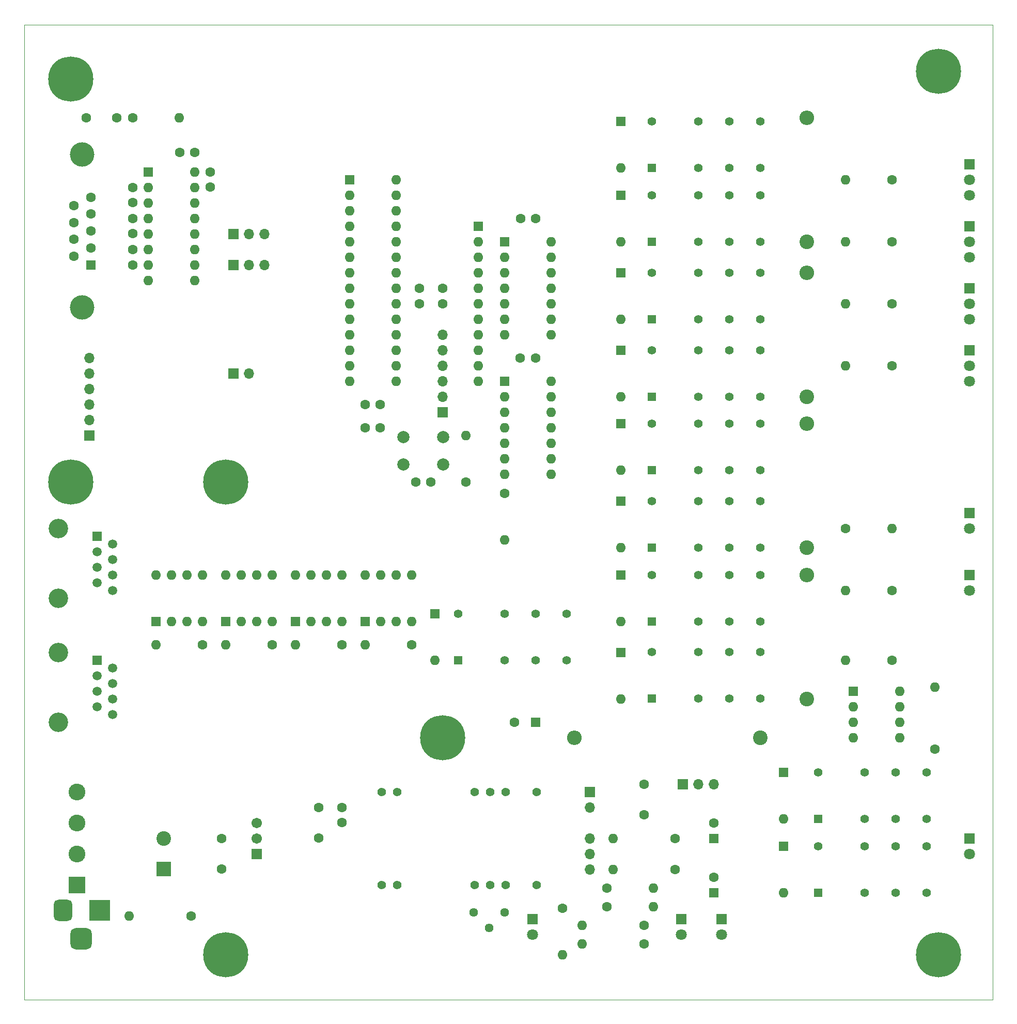
<source format=gbr>
G04 #@! TF.GenerationSoftware,KiCad,Pcbnew,8.0.1*
G04 #@! TF.CreationDate,2024-03-24T02:00:16-07:00*
G04 #@! TF.ProjectId,1d_coinctrl,31645f63-6f69-46e6-9374-726c2e6b6963,4*
G04 #@! TF.SameCoordinates,Original*
G04 #@! TF.FileFunction,Soldermask,Top*
G04 #@! TF.FilePolarity,Negative*
%FSLAX46Y46*%
G04 Gerber Fmt 4.6, Leading zero omitted, Abs format (unit mm)*
G04 Created by KiCad (PCBNEW 8.0.1) date 2024-03-24 02:00:16*
%MOMM*%
%LPD*%
G01*
G04 APERTURE LIST*
G04 Aperture macros list*
%AMRoundRect*
0 Rectangle with rounded corners*
0 $1 Rounding radius*
0 $2 $3 $4 $5 $6 $7 $8 $9 X,Y pos of 4 corners*
0 Add a 4 corners polygon primitive as box body*
4,1,4,$2,$3,$4,$5,$6,$7,$8,$9,$2,$3,0*
0 Add four circle primitives for the rounded corners*
1,1,$1+$1,$2,$3*
1,1,$1+$1,$4,$5*
1,1,$1+$1,$6,$7*
1,1,$1+$1,$8,$9*
0 Add four rect primitives between the rounded corners*
20,1,$1+$1,$2,$3,$4,$5,0*
20,1,$1+$1,$4,$5,$6,$7,0*
20,1,$1+$1,$6,$7,$8,$9,0*
20,1,$1+$1,$8,$9,$2,$3,0*%
G04 Aperture macros list end*
%ADD10C,1.600000*%
%ADD11R,1.600000X1.600000*%
%ADD12O,1.600000X1.600000*%
%ADD13R,1.800000X1.800000*%
%ADD14C,1.800000*%
%ADD15C,3.200000*%
%ADD16R,1.500000X1.500000*%
%ADD17C,1.500000*%
%ADD18R,1.700000X1.700000*%
%ADD19O,1.700000X1.700000*%
%ADD20R,1.400000X1.400000*%
%ADD21C,1.400000*%
%ADD22C,1.424000*%
%ADD23C,2.400000*%
%ADD24O,2.400000X2.400000*%
%ADD25C,1.440000*%
%ADD26C,2.000000*%
%ADD27RoundRect,0.102000X0.754000X-0.754000X0.754000X0.754000X-0.754000X0.754000X-0.754000X-0.754000X0*%
%ADD28C,1.712000*%
%ADD29R,2.400000X2.400000*%
%ADD30C,4.000000*%
%ADD31C,7.400000*%
%ADD32R,3.500000X3.500000*%
%ADD33RoundRect,0.750000X-0.750000X-1.000000X0.750000X-1.000000X0.750000X1.000000X-0.750000X1.000000X0*%
%ADD34RoundRect,0.875000X-0.875000X-0.875000X0.875000X-0.875000X0.875000X0.875000X-0.875000X0.875000X0*%
%ADD35RoundRect,0.102000X1.275000X-1.275000X1.275000X1.275000X-1.275000X1.275000X-1.275000X-1.275000X0*%
%ADD36C,2.754000*%
G04 #@! TA.AperFunction,Profile*
%ADD37C,0.050000*%
G04 #@! TD*
G04 APERTURE END LIST*
D10*
X157514988Y-138395012D03*
X157514988Y-143395012D03*
D11*
X139734988Y-128235012D03*
D10*
X136234988Y-128235012D03*
X88265000Y-152360000D03*
X88265000Y-147360000D03*
X104174988Y-142205012D03*
X104174988Y-147205012D03*
X111760000Y-76200000D03*
X114260000Y-76200000D03*
X120650000Y-59690000D03*
X120650000Y-57190000D03*
X107984988Y-142205012D03*
X107984988Y-144705012D03*
X139734988Y-45685012D03*
X137234988Y-45685012D03*
D11*
X123224988Y-110455012D03*
D12*
X123224988Y-118075012D03*
D11*
X180374988Y-148555012D03*
D12*
X180374988Y-156175012D03*
D11*
X153704988Y-116805012D03*
D12*
X153704988Y-124425012D03*
D11*
X153704988Y-67275012D03*
D12*
X153704988Y-74895012D03*
D11*
X153704988Y-104105012D03*
D12*
X153704988Y-111725012D03*
D11*
X153704988Y-54575012D03*
D12*
X153704988Y-62195012D03*
D11*
X153704988Y-92040012D03*
D12*
X153704988Y-99660012D03*
D11*
X153704988Y-41875012D03*
D12*
X153704988Y-49495012D03*
D11*
X153704988Y-79340012D03*
D12*
X153704988Y-86960012D03*
D11*
X153704988Y-29810012D03*
D12*
X153704988Y-37430012D03*
D13*
X210854988Y-147285012D03*
D14*
X210854988Y-149825012D03*
D15*
X61468000Y-96485012D03*
X61468000Y-107915012D03*
D16*
X67818000Y-97755012D03*
D17*
X70358000Y-99025012D03*
X67818000Y-100295012D03*
X70358000Y-101565012D03*
X67818000Y-102835012D03*
X70358000Y-104105012D03*
X67818000Y-105375012D03*
X70358000Y-106645012D03*
D18*
X163864988Y-138395012D03*
D19*
X166404988Y-138395012D03*
X168944988Y-138395012D03*
D15*
X61468000Y-116805012D03*
X61468000Y-128235012D03*
D16*
X67818000Y-118075012D03*
D17*
X70358000Y-119345012D03*
X67818000Y-120615012D03*
X70358000Y-121885012D03*
X67818000Y-123155012D03*
X70358000Y-124425012D03*
X67818000Y-125695012D03*
X70358000Y-126965012D03*
D20*
X186055000Y-156210000D03*
D21*
X193675000Y-156210000D03*
X198755000Y-156210000D03*
X203835000Y-156210000D03*
X203835000Y-148590000D03*
X198755000Y-148590000D03*
X193675000Y-148590000D03*
X186055000Y-148590000D03*
D20*
X186055000Y-144145000D03*
D21*
X193675000Y-144145000D03*
X198755000Y-144145000D03*
X203835000Y-144145000D03*
X203835000Y-136525000D03*
X198755000Y-136525000D03*
X193675000Y-136525000D03*
X186055000Y-136525000D03*
D20*
X158750000Y-111760000D03*
D21*
X166370000Y-111760000D03*
X171450000Y-111760000D03*
X176530000Y-111760000D03*
X176530000Y-104140000D03*
X171450000Y-104140000D03*
X166370000Y-104140000D03*
X158750000Y-104140000D03*
D20*
X158750000Y-99695000D03*
D21*
X166370000Y-99695000D03*
X171450000Y-99695000D03*
X176530000Y-99695000D03*
X176530000Y-92075000D03*
X171450000Y-92075000D03*
X166370000Y-92075000D03*
X158750000Y-92075000D03*
D20*
X158750000Y-86995000D03*
D21*
X166370000Y-86995000D03*
X171450000Y-86995000D03*
X176530000Y-86995000D03*
X176530000Y-79375000D03*
X171450000Y-79375000D03*
X166370000Y-79375000D03*
X158750000Y-79375000D03*
D20*
X158750000Y-74930000D03*
D21*
X166370000Y-74930000D03*
X171450000Y-74930000D03*
X176530000Y-74930000D03*
X176530000Y-67310000D03*
X171450000Y-67310000D03*
X166370000Y-67310000D03*
X158750000Y-67310000D03*
D20*
X158750000Y-49530000D03*
D21*
X166370000Y-49530000D03*
X171450000Y-49530000D03*
X176530000Y-49530000D03*
X176530000Y-41910000D03*
X171450000Y-41910000D03*
X166370000Y-41910000D03*
X158750000Y-41910000D03*
D20*
X158782500Y-37417500D03*
D21*
X166402500Y-37417500D03*
X171482500Y-37417500D03*
X176562500Y-37417500D03*
X176562500Y-29797500D03*
X171482500Y-29797500D03*
X166402500Y-29797500D03*
X158782500Y-29797500D03*
D20*
X127000000Y-118110000D03*
D21*
X134620000Y-118110000D03*
X139700000Y-118110000D03*
X144780000Y-118110000D03*
X144780000Y-110490000D03*
X139700000Y-110490000D03*
X134620000Y-110490000D03*
X127000000Y-110490000D03*
D22*
X114464988Y-154940000D03*
X117004988Y-154940000D03*
X129704988Y-154940000D03*
X132244988Y-154940000D03*
X134784988Y-154940000D03*
X139864988Y-154940000D03*
X139864988Y-139700000D03*
X134784988Y-139700000D03*
X132244988Y-139700000D03*
X129704988Y-139700000D03*
X117004988Y-139700000D03*
X114464988Y-139700000D03*
D23*
X176564988Y-130775012D03*
D24*
X146084988Y-130775012D03*
D10*
X128270000Y-88900000D03*
D12*
X128270000Y-81280000D03*
D23*
X184184988Y-74895012D03*
D24*
X184184988Y-54575012D03*
D23*
X184184988Y-99660012D03*
D24*
X184184988Y-79340012D03*
D23*
X184184988Y-49495012D03*
D24*
X184184988Y-29175012D03*
D25*
X134605000Y-159430000D03*
X132065000Y-161970000D03*
X129525000Y-159430000D03*
D10*
X198154988Y-118075012D03*
D12*
X190534988Y-118075012D03*
D26*
X118035000Y-81570000D03*
X124535000Y-81570000D03*
X118035000Y-86070000D03*
X124535000Y-86070000D03*
D18*
X148624988Y-139665012D03*
D19*
X148624988Y-142205012D03*
X148624988Y-147285012D03*
X148624988Y-149825012D03*
X148624988Y-152365012D03*
D27*
X93980000Y-149860000D03*
D28*
X93980000Y-147320000D03*
X93980000Y-144780000D03*
D11*
X134654988Y-72355012D03*
D12*
X134654988Y-74895012D03*
X134654988Y-77435012D03*
X134654988Y-79975012D03*
X134654988Y-82515012D03*
X134654988Y-85055012D03*
X134654988Y-87595012D03*
X142274988Y-87595012D03*
X142274988Y-85055012D03*
X142274988Y-82515012D03*
X142274988Y-79975012D03*
X142274988Y-77435012D03*
X142274988Y-74895012D03*
X142274988Y-72355012D03*
D11*
X134654988Y-49495012D03*
D12*
X134654988Y-52035012D03*
X134654988Y-54575012D03*
X134654988Y-57115012D03*
X134654988Y-59655012D03*
X134654988Y-62195012D03*
X134654988Y-64735012D03*
X142274988Y-64735012D03*
X142274988Y-62195012D03*
X142274988Y-59655012D03*
X142274988Y-57115012D03*
X142274988Y-54575012D03*
X142274988Y-52035012D03*
X142274988Y-49495012D03*
D10*
X139694988Y-68545012D03*
X137194988Y-68545012D03*
D20*
X158750000Y-124412500D03*
D21*
X166370000Y-124412500D03*
X171450000Y-124412500D03*
X176530000Y-124412500D03*
X176530000Y-116792500D03*
X171450000Y-116792500D03*
X166370000Y-116792500D03*
X158750000Y-116792500D03*
D11*
X168944988Y-156175012D03*
D10*
X168944988Y-153675012D03*
D11*
X168944988Y-147285012D03*
D10*
X168944988Y-144785012D03*
D29*
X78774988Y-152285012D03*
D23*
X78774988Y-147285012D03*
D10*
X162594988Y-147285012D03*
D12*
X152434988Y-147285012D03*
D10*
X162594988Y-152365012D03*
D12*
X152434988Y-152365012D03*
D13*
X210820000Y-93980000D03*
D14*
X210820000Y-96520000D03*
D20*
X158750000Y-62230000D03*
D21*
X166370000Y-62230000D03*
X171450000Y-62230000D03*
X176530000Y-62230000D03*
X176530000Y-54610000D03*
X171450000Y-54610000D03*
X166370000Y-54610000D03*
X158750000Y-54610000D03*
D11*
X180374988Y-136490012D03*
D12*
X180374988Y-144110012D03*
D10*
X190500000Y-96520000D03*
D12*
X198120000Y-96520000D03*
D10*
X73694988Y-40605012D03*
X73694988Y-43105012D03*
X73694988Y-45685012D03*
X73694988Y-48185012D03*
X83854988Y-34890012D03*
X81354988Y-34890012D03*
X73694988Y-50805012D03*
X73694988Y-53305012D03*
D30*
X65416988Y-35265012D03*
X65416988Y-60265012D03*
D11*
X66836988Y-53305012D03*
D10*
X66836988Y-50535012D03*
X66836988Y-47765012D03*
X66836988Y-44995012D03*
X66836988Y-42225012D03*
X63996988Y-51920012D03*
X63996988Y-49150012D03*
X63996988Y-46380012D03*
X63996988Y-43610012D03*
X73694988Y-29175012D03*
D12*
X81314988Y-29175012D03*
D11*
X76234988Y-38065012D03*
D12*
X76234988Y-40605012D03*
X76234988Y-43145012D03*
X76234988Y-45685012D03*
X76234988Y-48225012D03*
X76234988Y-50765012D03*
X76234988Y-53305012D03*
X76234988Y-55845012D03*
X83854988Y-55845012D03*
X83854988Y-53305012D03*
X83854988Y-50765012D03*
X83854988Y-48225012D03*
X83854988Y-45685012D03*
X83854988Y-43145012D03*
X83854988Y-40605012D03*
X83854988Y-38065012D03*
D10*
X66074988Y-29175012D03*
X71074988Y-29175012D03*
X205139988Y-132680012D03*
D12*
X205139988Y-122520012D03*
D10*
X86394988Y-38065012D03*
X86394988Y-40565012D03*
D31*
X205740000Y-166370000D03*
X63500000Y-22860000D03*
X205740000Y-21555012D03*
X88900000Y-166370000D03*
D10*
X124460000Y-59690000D03*
X124460000Y-57190000D03*
X111760000Y-79990000D03*
X114260000Y-79990000D03*
D31*
X124494988Y-130775012D03*
D10*
X119414988Y-115535012D03*
D12*
X111794988Y-115535012D03*
D10*
X107984988Y-115535012D03*
D12*
X100364988Y-115535012D03*
D11*
X111794988Y-111725012D03*
D12*
X114334988Y-111725012D03*
X116874988Y-111725012D03*
X119414988Y-111725012D03*
X119414988Y-104105012D03*
X116874988Y-104105012D03*
X114334988Y-104105012D03*
X111794988Y-104105012D03*
D11*
X100364988Y-111725012D03*
D12*
X102904988Y-111725012D03*
X105444988Y-111725012D03*
X107984988Y-111725012D03*
X107984988Y-104105012D03*
X105444988Y-104105012D03*
X102904988Y-104105012D03*
X100364988Y-104105012D03*
D11*
X77504988Y-111725012D03*
D12*
X80044988Y-111725012D03*
X82584988Y-111725012D03*
X85124988Y-111725012D03*
X85124988Y-104105012D03*
X82584988Y-104105012D03*
X80044988Y-104105012D03*
X77504988Y-104105012D03*
D10*
X96554988Y-115535012D03*
D12*
X88934988Y-115535012D03*
D10*
X85124988Y-115535012D03*
D12*
X77504988Y-115535012D03*
D11*
X88934988Y-111725012D03*
D12*
X91474988Y-111725012D03*
X94014988Y-111725012D03*
X96554988Y-111725012D03*
X96554988Y-104105012D03*
X94014988Y-104105012D03*
X91474988Y-104105012D03*
X88934988Y-104105012D03*
D10*
X83219988Y-159985012D03*
D12*
X73059988Y-159985012D03*
D31*
X88900000Y-88900000D03*
D13*
X210820000Y-46980000D03*
D14*
X210820000Y-49520000D03*
X210820000Y-52060000D03*
D23*
X184150000Y-124460000D03*
D24*
X184150000Y-104140000D03*
D13*
X210854988Y-36820000D03*
D14*
X210854988Y-39360000D03*
X210854988Y-41900000D03*
D10*
X198154988Y-59690000D03*
D12*
X190534988Y-59690000D03*
D18*
X90170000Y-53340000D03*
D19*
X92710000Y-53340000D03*
X95250000Y-53340000D03*
D10*
X198120000Y-49530000D03*
D12*
X190500000Y-49530000D03*
D13*
X170180000Y-160523000D03*
D14*
X170180000Y-163063000D03*
D10*
X157480000Y-161544000D03*
D12*
X147320000Y-161544000D03*
D13*
X163576000Y-160528000D03*
D14*
X163576000Y-163068000D03*
D11*
X109220000Y-39370000D03*
D12*
X109220000Y-41910000D03*
X109220000Y-44450000D03*
X109220000Y-46990000D03*
X109220000Y-49530000D03*
X109220000Y-52070000D03*
X109220000Y-54610000D03*
X109220000Y-57150000D03*
X109220000Y-59690000D03*
X109220000Y-62230000D03*
X109220000Y-64770000D03*
X109220000Y-67310000D03*
X109220000Y-69850000D03*
X109220000Y-72390000D03*
X116840000Y-72390000D03*
X116840000Y-69850000D03*
X116840000Y-67310000D03*
X116840000Y-64770000D03*
X116840000Y-62230000D03*
X116840000Y-59690000D03*
X116840000Y-57150000D03*
X116840000Y-54610000D03*
X116840000Y-52070000D03*
X116840000Y-49530000D03*
X116840000Y-46990000D03*
X116840000Y-44450000D03*
X116840000Y-41910000D03*
X116840000Y-39370000D03*
D13*
X210820000Y-57150000D03*
D14*
X210820000Y-59690000D03*
X210820000Y-62230000D03*
D10*
X134620000Y-90805000D03*
D12*
X134620000Y-98425000D03*
D10*
X120035000Y-88900000D03*
X122535000Y-88900000D03*
X198120000Y-69850000D03*
D12*
X190500000Y-69850000D03*
D10*
X144145000Y-158750000D03*
D12*
X144145000Y-166370000D03*
D32*
X68230000Y-159062500D03*
D33*
X62230000Y-159062500D03*
D34*
X65230000Y-163762500D03*
D18*
X90170000Y-48260000D03*
D19*
X92710000Y-48260000D03*
X95250000Y-48260000D03*
D13*
X210820000Y-104140000D03*
D14*
X210820000Y-106680000D03*
D18*
X124460000Y-77470000D03*
D19*
X124460000Y-74930000D03*
X124460000Y-72390000D03*
X124460000Y-69850000D03*
X124460000Y-67310000D03*
X124460000Y-64770000D03*
D13*
X139192000Y-160523000D03*
D14*
X139192000Y-163063000D03*
D18*
X90170000Y-71120000D03*
D19*
X92710000Y-71120000D03*
D35*
X64516000Y-154940000D03*
D36*
X64516000Y-149860000D03*
X64516000Y-144780000D03*
X64516000Y-139700000D03*
D10*
X198120000Y-106680000D03*
D12*
X190500000Y-106680000D03*
D10*
X157480000Y-164592000D03*
D12*
X147320000Y-164592000D03*
D10*
X151384000Y-158496000D03*
D12*
X159004000Y-158496000D03*
D13*
X210854988Y-67310000D03*
D14*
X210854988Y-69850000D03*
X210854988Y-72390000D03*
D10*
X198154988Y-39370000D03*
D12*
X190534988Y-39370000D03*
D11*
X130302000Y-46990000D03*
D12*
X130302000Y-49530000D03*
X130302000Y-52070000D03*
X130302000Y-54610000D03*
X130302000Y-57150000D03*
X130302000Y-59690000D03*
X130302000Y-62230000D03*
X130302000Y-64770000D03*
X130302000Y-67310000D03*
X130302000Y-69850000D03*
X130302000Y-72390000D03*
D18*
X66605000Y-81280000D03*
D19*
X66605000Y-78740000D03*
X66605000Y-76200000D03*
X66605000Y-73660000D03*
X66605000Y-71120000D03*
X66605000Y-68580000D03*
D11*
X191780000Y-123200000D03*
D12*
X191780000Y-125740000D03*
X191780000Y-128280000D03*
X191780000Y-130820000D03*
X199400000Y-130820000D03*
X199400000Y-128280000D03*
X199400000Y-125740000D03*
X199400000Y-123200000D03*
D31*
X63500000Y-88900000D03*
D10*
X151384000Y-155448000D03*
D12*
X159004000Y-155448000D03*
D37*
X214664988Y-173701012D02*
X55914988Y-173701012D01*
X214664988Y-13935012D02*
X214664988Y-173701012D01*
X55914988Y-13935012D02*
X214664988Y-13935012D01*
X55914988Y-173701012D02*
X55914988Y-13935012D01*
M02*

</source>
